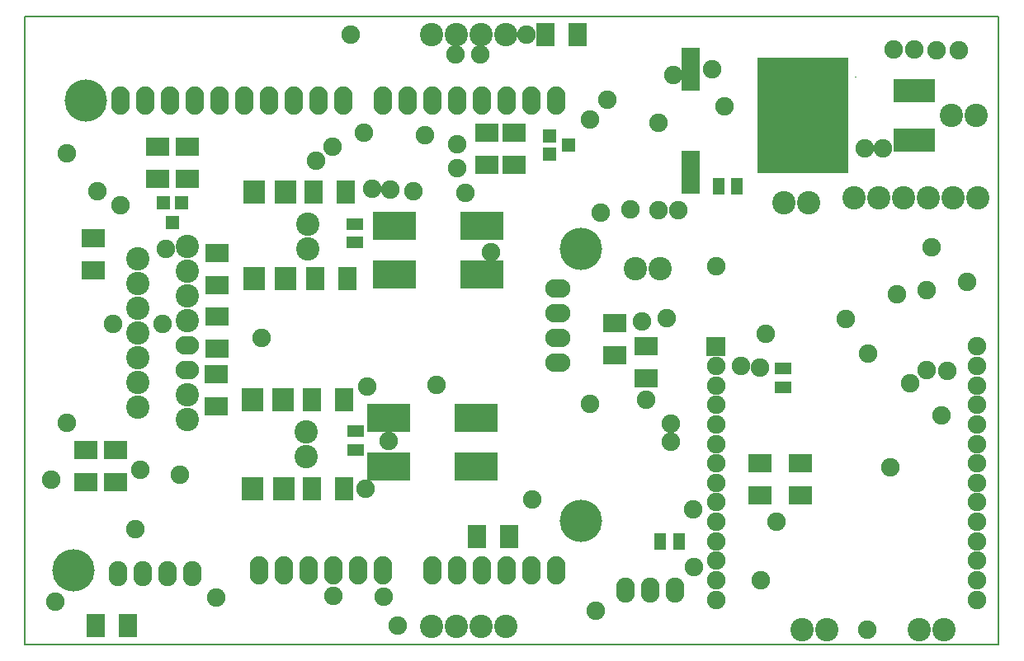
<source format=gts>
G04 #@! TF.GenerationSoftware,KiCad,Pcbnew,(2017-01-15 revision 8ac4790)-master*
G04 #@! TF.CreationDate,2017-01-26T15:31:56+02:00*
G04 #@! TF.ProjectId,MM3,4D4D332E6B696361645F706362000000,rev?*
G04 #@! TF.FileFunction,Soldermask,Top*
G04 #@! TF.FilePolarity,Negative*
%FSLAX46Y46*%
G04 Gerber Fmt 4.6, Leading zero omitted, Abs format (unit mm)*
G04 Created by KiCad (PCBNEW (2017-01-15 revision 8ac4790)-master) date Thu Jan 26 15:31:56 2017*
%MOMM*%
%LPD*%
G01*
G04 APERTURE LIST*
%ADD10C,0.100000*%
%ADD11C,0.150000*%
%ADD12O,1.900000X2.900000*%
%ADD13C,4.337000*%
%ADD14R,2.432000X1.924000*%
%ADD15C,1.900000*%
%ADD16O,2.600000X1.900000*%
%ADD17R,1.797000X1.289000*%
%ADD18R,1.901140X4.400500*%
%ADD19R,1.289000X1.797000*%
%ADD20R,4.210000X2.480000*%
%ADD21R,9.290000X11.830000*%
%ADD22R,2.200860X2.398980*%
%ADD23R,1.924000X2.432000*%
%ADD24C,2.400000*%
%ADD25O,1.900000X2.600000*%
%ADD26O,2.400000X1.900000*%
%ADD27R,1.314400X1.314400*%
%ADD28R,4.400500X2.899360*%
G04 APERTURE END LIST*
D10*
D11*
X-4950000Y-7600000D02*
X-4950000Y56900000D01*
X-4950000Y56900000D02*
X94950000Y56900000D01*
X94950000Y-7600000D02*
X-4950000Y-7600000D01*
X40532500Y-7592000D02*
X40532500Y-7592000D01*
X94950000Y56900000D02*
X94950000Y-7600000D01*
X80283500Y50764500D02*
X80283500Y50764500D01*
D12*
X49530000Y0D03*
X46990000Y0D03*
X44450000Y0D03*
X36830000Y0D03*
X39370000Y0D03*
X41910000Y0D03*
X31750000Y0D03*
X29210000Y0D03*
X26670000Y0D03*
X21590000Y0D03*
X19050000Y0D03*
X49530000Y48260000D03*
X46990000Y48260000D03*
X44450000Y48260000D03*
X41910000Y48260000D03*
X39370000Y48260000D03*
X36830000Y48260000D03*
X34290000Y48260000D03*
X31750000Y48260000D03*
X27686000Y48260000D03*
X25146000Y48260000D03*
X22606000Y48260000D03*
X20066000Y48260000D03*
X17526000Y48260000D03*
X14986000Y48260000D03*
X12446000Y48260000D03*
X9906000Y48260000D03*
X24130000Y0D03*
D13*
X52070000Y5080000D03*
X52070000Y33020000D03*
X1270000Y48260000D03*
X0Y0D03*
D12*
X7366000Y48260000D03*
X4826000Y48260000D03*
D14*
X1289500Y12410500D03*
X1289500Y9108500D03*
D15*
X65932500Y23015000D03*
D10*
G36*
X64982500Y23965000D02*
X66882500Y23965000D01*
X66882500Y22065000D01*
X64982500Y22065000D01*
X64982500Y23965000D01*
X64982500Y23965000D01*
G37*
D15*
X65932500Y21015000D03*
X65932500Y19015000D03*
X65932500Y17015000D03*
X65932500Y15015000D03*
X65932500Y13015000D03*
X65932500Y11015000D03*
X65932500Y9015000D03*
X65932500Y7015000D03*
X65932500Y5015000D03*
X65932500Y3015000D03*
X65932500Y1015000D03*
X65932500Y-985000D03*
X65932500Y-2985000D03*
X92682500Y-2985000D03*
X92682500Y-985000D03*
X92682500Y1015000D03*
X92682500Y3015000D03*
X92682500Y5015000D03*
X92682500Y7015000D03*
X92682500Y9015000D03*
X92682500Y11015000D03*
X92682500Y13015000D03*
X92682500Y15015000D03*
X92682500Y17015000D03*
X92682500Y19015000D03*
X92682500Y21015000D03*
X92682500Y23015000D03*
D16*
X49740000Y28984000D03*
X49740000Y26444000D03*
X49740000Y21364000D03*
X49740000Y23904000D03*
D17*
X28950000Y12395000D03*
X28950000Y14300000D03*
X28850000Y33695000D03*
X28850000Y35600000D03*
D18*
X63329000Y51526500D03*
X63329000Y40927080D03*
D19*
X68091500Y39461500D03*
X66186500Y39461500D03*
D20*
X86316000Y44224000D03*
X86316000Y49304000D03*
D21*
X74886000Y46764000D03*
D22*
X18412100Y8405500D03*
X21612500Y8405500D03*
X18348600Y17549500D03*
X21549000Y17549500D03*
X18559600Y30013000D03*
X21760000Y30013000D03*
X18559600Y38903000D03*
X21760000Y38903000D03*
D23*
X24470000Y8405500D03*
X27772000Y8405500D03*
X27772000Y17549500D03*
X24470000Y17549500D03*
X24808000Y30013000D03*
X28110000Y30013000D03*
X27983000Y38903000D03*
X24681000Y38903000D03*
D24*
X23898500Y11707500D03*
X23898500Y14247500D03*
X24046000Y33061000D03*
X24046000Y35601000D03*
X92666000Y46764000D03*
X90126000Y46764000D03*
D14*
X55518500Y25428000D03*
X55518500Y22126000D03*
X58757000Y23015000D03*
X58757000Y19713000D03*
D19*
X60217500Y3012500D03*
X62122500Y3012500D03*
D17*
X72854000Y20729000D03*
X72854000Y18824000D03*
D24*
X74759000Y-6068000D03*
X77299000Y-6068000D03*
X86760500Y-6068000D03*
X89300500Y-6068000D03*
X57677500Y31016000D03*
X60217500Y31016000D03*
D14*
X70441000Y11013500D03*
X70441000Y7711500D03*
D23*
X51708500Y55082500D03*
X48406500Y55082500D03*
D14*
X74632000Y11013500D03*
X74632000Y7711500D03*
D23*
X41421500Y3457000D03*
X44723500Y3457000D03*
D25*
X61741500Y-2004000D03*
X56661500Y-2004000D03*
X59201500Y-2004000D03*
D24*
X44342500Y55082500D03*
X41802500Y55082500D03*
X39262500Y55082500D03*
X36722500Y55082500D03*
X36722500Y-5750500D03*
X39262500Y-5750500D03*
X41802500Y-5750500D03*
X44342500Y-5750500D03*
X92793000Y38318500D03*
X90253000Y38318500D03*
X87713000Y38318500D03*
X85173000Y38318500D03*
X82633000Y38318500D03*
X80093000Y38318500D03*
X72917500Y37747000D03*
X75457500Y37747000D03*
D25*
X12211500Y-289500D03*
X9671500Y-289500D03*
X4591500Y-289500D03*
X7131500Y-289500D03*
D24*
X11733500Y15554500D03*
X6653500Y16824500D03*
X11733500Y18094500D03*
X6653500Y19364500D03*
D26*
X11733500Y20634500D03*
D24*
X6653500Y21904500D03*
D26*
X11733500Y23174500D03*
D24*
X6653500Y24444500D03*
X11733500Y25714500D03*
X6653500Y26984500D03*
X11733500Y28254500D03*
X6653500Y29524500D03*
X11733500Y30794500D03*
X6653500Y32064500D03*
X11733500Y33334500D03*
D14*
X14751500Y26126500D03*
X14751500Y22824500D03*
X45231500Y41698000D03*
X45231500Y45000000D03*
X14751500Y29301500D03*
X14751500Y32603500D03*
X11703500Y40223500D03*
X11703500Y43525500D03*
X8655500Y43525500D03*
X8655500Y40223500D03*
X42450000Y45000000D03*
X42450000Y41698000D03*
X4337500Y9108500D03*
X4337500Y12410500D03*
D27*
X9229540Y37795260D03*
X11129460Y37795260D03*
X10179500Y35778500D03*
X48833240Y42750040D03*
X48833240Y44649960D03*
X50850000Y43700000D03*
D23*
X2305500Y-5623500D03*
X5607500Y-5623500D03*
D14*
X14650000Y16898000D03*
X14650000Y20200000D03*
X2032000Y30861000D03*
X2032000Y34163000D03*
D28*
X32350000Y10700000D03*
X32350000Y15701260D03*
X41349220Y15701260D03*
X41349220Y10700000D03*
X41949220Y30398740D03*
X41949220Y35400000D03*
X32950000Y35400000D03*
X32950000Y30398740D03*
D15*
X40254623Y38800000D03*
X37250000Y19100000D03*
X30150000Y18900000D03*
X53050000Y17100000D03*
X14679319Y-2757319D03*
X26650080Y-2628558D03*
X2484009Y38943943D03*
X-650000Y42900000D03*
X28450000Y55082500D03*
X4083500Y25364500D03*
X88079177Y33183962D03*
X39348033Y41364944D03*
X24911500Y42128500D03*
X60027000Y36985000D03*
X62059000Y36985000D03*
X81490000Y-6068000D03*
X63710000Y345500D03*
X70504500Y-988000D03*
X68472500Y21046500D03*
X54150000Y36800000D03*
X91713500Y29682500D03*
X89681500Y20538500D03*
X9163500Y25364500D03*
X46501500Y55019000D03*
X33293500Y-5687000D03*
X63583000Y6251000D03*
X57150000Y37100000D03*
X42850000Y32700000D03*
X31850000Y-2700000D03*
X61529639Y50903351D03*
X65550000Y51526500D03*
X61285736Y13236000D03*
X61297000Y15077500D03*
X81553500Y22316500D03*
X34850000Y39000000D03*
X36050000Y44700000D03*
X39396288Y43775989D03*
X26557992Y43530500D03*
X29850000Y45000000D03*
X4845500Y37556500D03*
X53050000Y46300000D03*
X66850000Y47700000D03*
X6877500Y10378500D03*
X10941500Y9870500D03*
X84490462Y28380292D03*
X81172500Y43335000D03*
X85871500Y19205000D03*
X47050000Y7300000D03*
X60050000Y46000000D03*
X54750000Y48400000D03*
X87567729Y28798800D03*
X84191630Y53541951D03*
X83077500Y43335000D03*
X87586000Y20602000D03*
X32550002Y39100000D03*
X30650000Y39200000D03*
X60850000Y25900000D03*
X58757000Y17554000D03*
X72185000Y5015000D03*
X83839500Y10632500D03*
X89110000Y15966500D03*
X65996000Y31270000D03*
X53613500Y-4099500D03*
X41750000Y53000000D03*
X39250000Y53000000D03*
X-650000Y15200000D03*
X-2243005Y9362698D03*
X90824500Y53431500D03*
X88538500Y53431500D03*
X86316000Y53495000D03*
X79267500Y25872500D03*
X71003025Y24305109D03*
X70441000Y20856000D03*
X32350000Y13300000D03*
X29994500Y8405500D03*
X-1842317Y-3220026D03*
X19271032Y23927063D03*
X9525000Y33020000D03*
X6369500Y4282500D03*
X58350000Y25600000D03*
M02*

</source>
